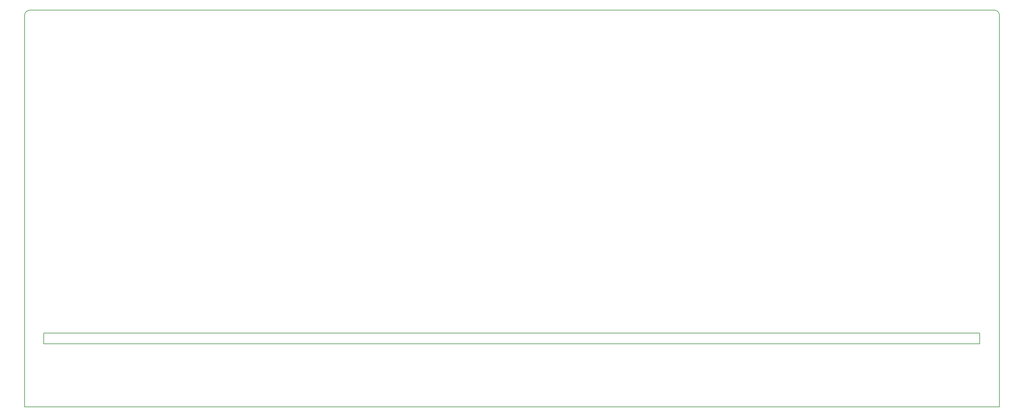
<source format=gm1>
G04 #@! TF.FileFunction,Profile,NP*
%FSLAX46Y46*%
G04 Gerber Fmt 4.6, Leading zero omitted, Abs format (unit mm)*
G04 Created by KiCad (PCBNEW 4.0.5+dfsg1-4) date Thu Jun 29 09:06:05 2017*
%MOMM*%
%LPD*%
G01*
G04 APERTURE LIST*
%ADD10C,0.100000*%
%ADD11C,0.150000*%
G04 APERTURE END LIST*
D10*
D11*
X34551720Y-119548040D02*
X308226720Y-119548040D01*
X34551720Y-116398040D02*
X34551720Y-119548040D01*
X308226720Y-116398040D02*
X34551720Y-116398040D01*
X308226720Y-116398040D02*
X308226720Y-119548040D01*
X314001720Y-137948040D02*
X29001720Y-137948040D01*
X314001720Y-114898040D02*
X314001720Y-137948040D01*
X29001720Y-114898040D02*
X29001720Y-137948040D01*
X314000000Y-114900000D02*
X314000000Y-23400000D01*
X29000000Y-23400000D02*
X29000000Y-114900000D01*
X312500000Y-21900000D02*
X30500000Y-21900000D01*
X314000000Y-23400000D02*
G75*
G03X312500000Y-21900000I-1500000J0D01*
G01*
X30500000Y-21900000D02*
G75*
G03X29000000Y-23400000I0J-1500000D01*
G01*
M02*

</source>
